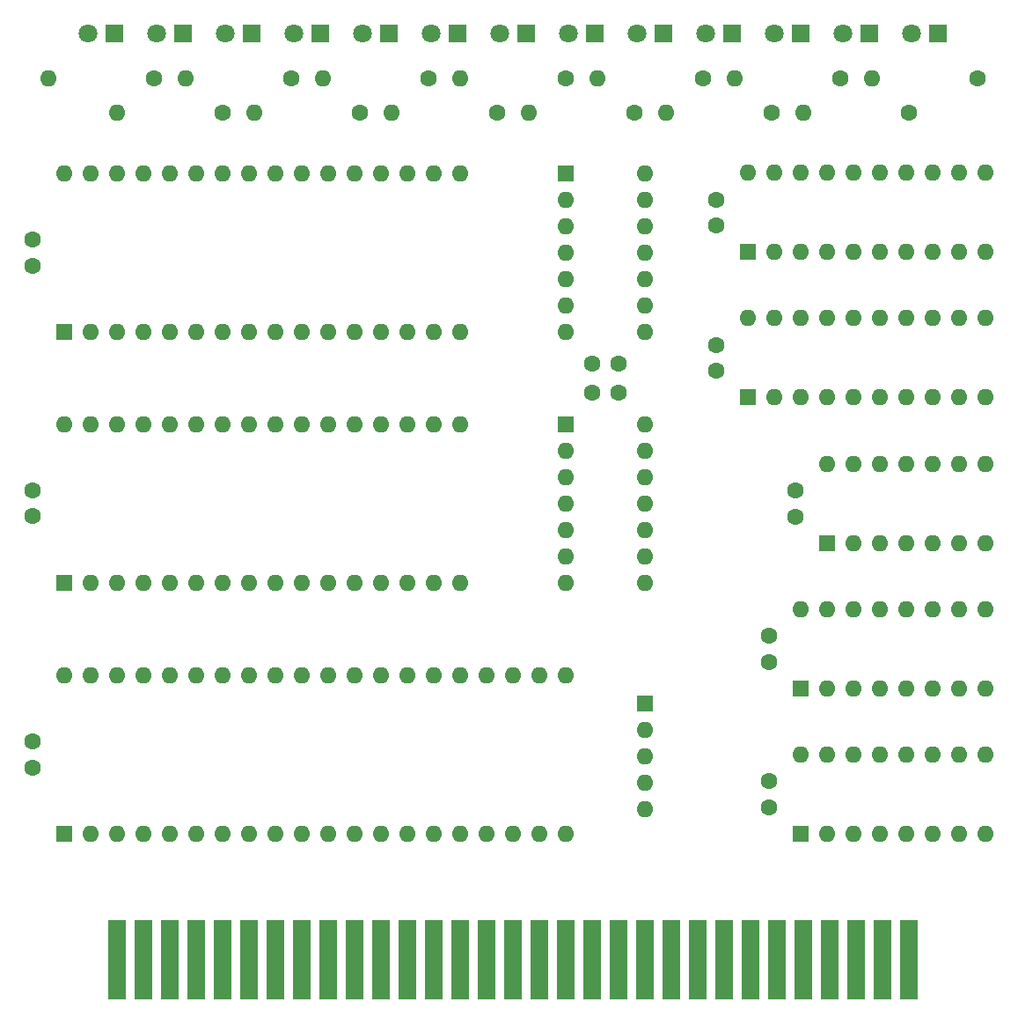
<source format=gts>
G04 #@! TF.GenerationSoftware,KiCad,Pcbnew,(6.0.7)*
G04 #@! TF.CreationDate,2022-11-29T20:03:00-05:00*
G04 #@! TF.ProjectId,Part 4 - CPU and memory,50617274-2034-4202-9d20-43505520616e,1*
G04 #@! TF.SameCoordinates,Original*
G04 #@! TF.FileFunction,Soldermask,Top*
G04 #@! TF.FilePolarity,Negative*
%FSLAX46Y46*%
G04 Gerber Fmt 4.6, Leading zero omitted, Abs format (unit mm)*
G04 Created by KiCad (PCBNEW (6.0.7)) date 2022-11-29 20:03:00*
%MOMM*%
%LPD*%
G01*
G04 APERTURE LIST*
%ADD10C,1.600000*%
%ADD11O,1.600000X1.600000*%
%ADD12R,1.600000X1.600000*%
%ADD13R,1.800000X1.800000*%
%ADD14C,1.800000*%
%ADD15R,1.780000X7.620000*%
G04 APERTURE END LIST*
D10*
X151892000Y-51816000D03*
D11*
X141732000Y-51816000D03*
D12*
X90429000Y-124465000D03*
D11*
X92969000Y-124465000D03*
X95509000Y-124465000D03*
X98049000Y-124465000D03*
X100589000Y-124465000D03*
X103129000Y-124465000D03*
X105669000Y-124465000D03*
X108209000Y-124465000D03*
X110749000Y-124465000D03*
X113289000Y-124465000D03*
X115829000Y-124465000D03*
X118369000Y-124465000D03*
X120909000Y-124465000D03*
X123449000Y-124465000D03*
X125989000Y-124465000D03*
X128529000Y-124465000D03*
X131069000Y-124465000D03*
X133609000Y-124465000D03*
X136149000Y-124465000D03*
X138689000Y-124465000D03*
X138689000Y-109225000D03*
X136149000Y-109225000D03*
X133609000Y-109225000D03*
X131069000Y-109225000D03*
X128529000Y-109225000D03*
X125989000Y-109225000D03*
X123449000Y-109225000D03*
X120909000Y-109225000D03*
X118369000Y-109225000D03*
X115829000Y-109225000D03*
X113289000Y-109225000D03*
X110749000Y-109225000D03*
X108209000Y-109225000D03*
X105669000Y-109225000D03*
X103129000Y-109225000D03*
X100589000Y-109225000D03*
X98049000Y-109225000D03*
X95509000Y-109225000D03*
X92969000Y-109225000D03*
X90429000Y-109225000D03*
D10*
X87376000Y-67330000D03*
X87376000Y-69830000D03*
X105664000Y-55118000D03*
D11*
X95504000Y-55118000D03*
D10*
X153162000Y-77470000D03*
X153162000Y-79970000D03*
X87376000Y-118090000D03*
X87376000Y-115590000D03*
D13*
X115042000Y-47529000D03*
D14*
X112502000Y-47529000D03*
D10*
X125476000Y-51816000D03*
D11*
X115316000Y-51816000D03*
D10*
X143744000Y-82042000D03*
X141244000Y-82042000D03*
D12*
X156210000Y-82520000D03*
D11*
X158750000Y-82520000D03*
X161290000Y-82520000D03*
X163830000Y-82520000D03*
X166370000Y-82520000D03*
X168910000Y-82520000D03*
X171450000Y-82520000D03*
X173990000Y-82520000D03*
X176530000Y-82520000D03*
X179070000Y-82520000D03*
X179070000Y-74900000D03*
X176530000Y-74900000D03*
X173990000Y-74900000D03*
X171450000Y-74900000D03*
X168910000Y-74900000D03*
X166370000Y-74900000D03*
X163830000Y-74900000D03*
X161290000Y-74900000D03*
X158750000Y-74900000D03*
X156210000Y-74900000D03*
D13*
X167874000Y-47529000D03*
D14*
X165334000Y-47529000D03*
D12*
X163830000Y-96520000D03*
D11*
X166370000Y-96520000D03*
X168910000Y-96520000D03*
X171450000Y-96520000D03*
X173990000Y-96520000D03*
X176530000Y-96520000D03*
X179070000Y-96520000D03*
X179070000Y-88900000D03*
X176530000Y-88900000D03*
X173990000Y-88900000D03*
X171450000Y-88900000D03*
X168910000Y-88900000D03*
X166370000Y-88900000D03*
X163830000Y-88900000D03*
D10*
X160787000Y-91470000D03*
X160787000Y-93970000D03*
D12*
X138694000Y-85085000D03*
D11*
X138694000Y-87625000D03*
X138694000Y-90165000D03*
X138694000Y-92705000D03*
X138694000Y-95245000D03*
X138694000Y-97785000D03*
X138694000Y-100325000D03*
X146314000Y-100325000D03*
X146314000Y-97785000D03*
X146314000Y-95245000D03*
X146314000Y-92705000D03*
X146314000Y-90165000D03*
X146314000Y-87625000D03*
X146314000Y-85085000D03*
D12*
X90424000Y-76205000D03*
D11*
X92964000Y-76205000D03*
X95504000Y-76205000D03*
X98044000Y-76205000D03*
X100584000Y-76205000D03*
X103124000Y-76205000D03*
X105664000Y-76205000D03*
X108204000Y-76205000D03*
X110744000Y-76205000D03*
X113284000Y-76205000D03*
X115824000Y-76205000D03*
X118364000Y-76205000D03*
X120904000Y-76205000D03*
X123444000Y-76205000D03*
X125984000Y-76205000D03*
X128524000Y-76205000D03*
X128524000Y-60965000D03*
X125984000Y-60965000D03*
X123444000Y-60965000D03*
X120904000Y-60965000D03*
X118364000Y-60965000D03*
X115824000Y-60965000D03*
X113284000Y-60965000D03*
X110744000Y-60965000D03*
X108204000Y-60965000D03*
X105664000Y-60965000D03*
X103124000Y-60965000D03*
X100584000Y-60965000D03*
X98044000Y-60965000D03*
X95504000Y-60965000D03*
X92964000Y-60965000D03*
X90424000Y-60965000D03*
D10*
X87376000Y-91440000D03*
X87376000Y-93940000D03*
D12*
X161290000Y-110520000D03*
D11*
X163830000Y-110520000D03*
X166370000Y-110520000D03*
X168910000Y-110520000D03*
X171450000Y-110520000D03*
X173990000Y-110520000D03*
X176530000Y-110520000D03*
X179070000Y-110520000D03*
X179070000Y-102900000D03*
X176530000Y-102900000D03*
X173990000Y-102900000D03*
X171450000Y-102900000D03*
X168910000Y-102900000D03*
X166370000Y-102900000D03*
X163830000Y-102900000D03*
X161290000Y-102900000D03*
D13*
X95230000Y-47529000D03*
D14*
X92690000Y-47529000D03*
D12*
X138694000Y-60955000D03*
D11*
X138694000Y-63495000D03*
X138694000Y-66035000D03*
X138694000Y-68575000D03*
X138694000Y-71115000D03*
X138694000Y-73655000D03*
X138694000Y-76195000D03*
X146314000Y-76195000D03*
X146314000Y-73655000D03*
X146314000Y-71115000D03*
X146314000Y-68575000D03*
X146314000Y-66035000D03*
X146314000Y-63495000D03*
X146314000Y-60955000D03*
D10*
X158252000Y-119410000D03*
X158252000Y-121910000D03*
D13*
X108438000Y-47529000D03*
D14*
X105898000Y-47529000D03*
D10*
X118872000Y-55118000D03*
D11*
X108712000Y-55118000D03*
D10*
X158252000Y-105470000D03*
X158252000Y-107970000D03*
D13*
X121646000Y-47529000D03*
D14*
X119106000Y-47529000D03*
D15*
X171704000Y-136612000D03*
X169164000Y-136612000D03*
X166624000Y-136612000D03*
X164084000Y-136612000D03*
X161544000Y-136612000D03*
X159004000Y-136612000D03*
X156464000Y-136612000D03*
X153924000Y-136612000D03*
X151384000Y-136612000D03*
X148844000Y-136612000D03*
X146304000Y-136612000D03*
X143764000Y-136612000D03*
X141224000Y-136612000D03*
X138684000Y-136612000D03*
X136144000Y-136612000D03*
X133604000Y-136612000D03*
X131064000Y-136612000D03*
X128524000Y-136612000D03*
X125984000Y-136612000D03*
X123444000Y-136612000D03*
X120904000Y-136612000D03*
X118364000Y-136612000D03*
X115824000Y-136612000D03*
X113284000Y-136612000D03*
X110744000Y-136612000D03*
X108204000Y-136612000D03*
X105664000Y-136612000D03*
X103124000Y-136612000D03*
X100584000Y-136612000D03*
X98044000Y-136612000D03*
X95504000Y-136612000D03*
D10*
X178308000Y-51816000D03*
D11*
X168148000Y-51816000D03*
D13*
X134854000Y-47529000D03*
D14*
X132314000Y-47529000D03*
D10*
X99060000Y-51816000D03*
D11*
X88900000Y-51816000D03*
D12*
X161290000Y-124460000D03*
D11*
X163830000Y-124460000D03*
X166370000Y-124460000D03*
X168910000Y-124460000D03*
X171450000Y-124460000D03*
X173990000Y-124460000D03*
X176530000Y-124460000D03*
X179070000Y-124460000D03*
X179070000Y-116840000D03*
X176530000Y-116840000D03*
X173990000Y-116840000D03*
X171450000Y-116840000D03*
X168910000Y-116840000D03*
X166370000Y-116840000D03*
X163830000Y-116840000D03*
X161290000Y-116840000D03*
D13*
X161270000Y-47529000D03*
D14*
X158730000Y-47529000D03*
D13*
X101834000Y-47529000D03*
D14*
X99294000Y-47529000D03*
D13*
X141458000Y-47529000D03*
D14*
X138918000Y-47529000D03*
D13*
X154666000Y-47529000D03*
D14*
X152126000Y-47529000D03*
D10*
X143744000Y-79248000D03*
X141244000Y-79248000D03*
D12*
X156215000Y-68550000D03*
D11*
X158755000Y-68550000D03*
X161295000Y-68550000D03*
X163835000Y-68550000D03*
X166375000Y-68550000D03*
X168915000Y-68550000D03*
X171455000Y-68550000D03*
X173995000Y-68550000D03*
X176535000Y-68550000D03*
X179075000Y-68550000D03*
X179075000Y-60930000D03*
X176535000Y-60930000D03*
X173995000Y-60930000D03*
X171455000Y-60930000D03*
X168915000Y-60930000D03*
X166375000Y-60930000D03*
X163835000Y-60930000D03*
X161295000Y-60930000D03*
X158755000Y-60930000D03*
X156215000Y-60930000D03*
D13*
X174478000Y-47529000D03*
D14*
X171938000Y-47529000D03*
D13*
X148062000Y-47529000D03*
D14*
X145522000Y-47529000D03*
D10*
X165100000Y-51816000D03*
D11*
X154940000Y-51816000D03*
D10*
X138684000Y-51816000D03*
D11*
X128524000Y-51816000D03*
D10*
X171704000Y-55118000D03*
D11*
X161544000Y-55118000D03*
D13*
X128250000Y-47529000D03*
D14*
X125710000Y-47529000D03*
D12*
X90424000Y-100310000D03*
D11*
X92964000Y-100310000D03*
X95504000Y-100310000D03*
X98044000Y-100310000D03*
X100584000Y-100310000D03*
X103124000Y-100310000D03*
X105664000Y-100310000D03*
X108204000Y-100310000D03*
X110744000Y-100310000D03*
X113284000Y-100310000D03*
X115824000Y-100310000D03*
X118364000Y-100310000D03*
X120904000Y-100310000D03*
X123444000Y-100310000D03*
X125984000Y-100310000D03*
X128524000Y-100310000D03*
X128524000Y-85070000D03*
X125984000Y-85070000D03*
X123444000Y-85070000D03*
X120904000Y-85070000D03*
X118364000Y-85070000D03*
X115824000Y-85070000D03*
X113284000Y-85070000D03*
X110744000Y-85070000D03*
X108204000Y-85070000D03*
X105664000Y-85070000D03*
X103124000Y-85070000D03*
X100584000Y-85070000D03*
X98044000Y-85070000D03*
X95504000Y-85070000D03*
X92964000Y-85070000D03*
X90424000Y-85070000D03*
D10*
X158496000Y-55118000D03*
D11*
X148336000Y-55118000D03*
D10*
X112268000Y-51816000D03*
D11*
X102108000Y-51816000D03*
D10*
X153162000Y-63500000D03*
X153162000Y-66000000D03*
X132080000Y-55118000D03*
D11*
X121920000Y-55118000D03*
D10*
X145288000Y-55118000D03*
D11*
X135128000Y-55118000D03*
D12*
X146304000Y-111974000D03*
D11*
X146304000Y-114514000D03*
X146304000Y-117054000D03*
X146304000Y-119594000D03*
X146304000Y-122134000D03*
M02*

</source>
